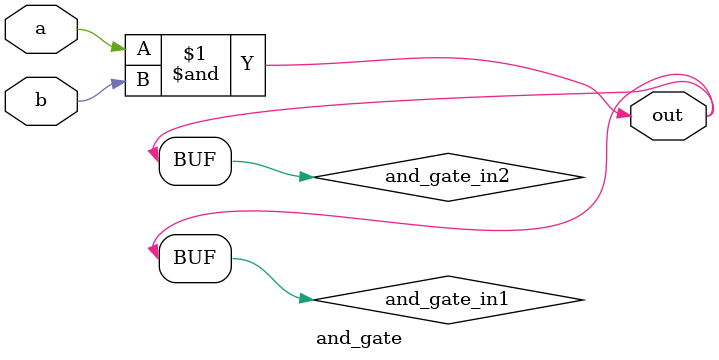
<source format=v>

module and_gate( 
    input a, 
    input b, 
    output out );

    // assing the AND of a and b to out
wire and_gate_in1, and_gate_in2;

and and1(and_gate_in1, a, b);
or or2(out, and_gate_in2);

and and2(and_gate_in1, and_gate_in2);
or or3(out, and_gate_in2);

endmodule

</source>
